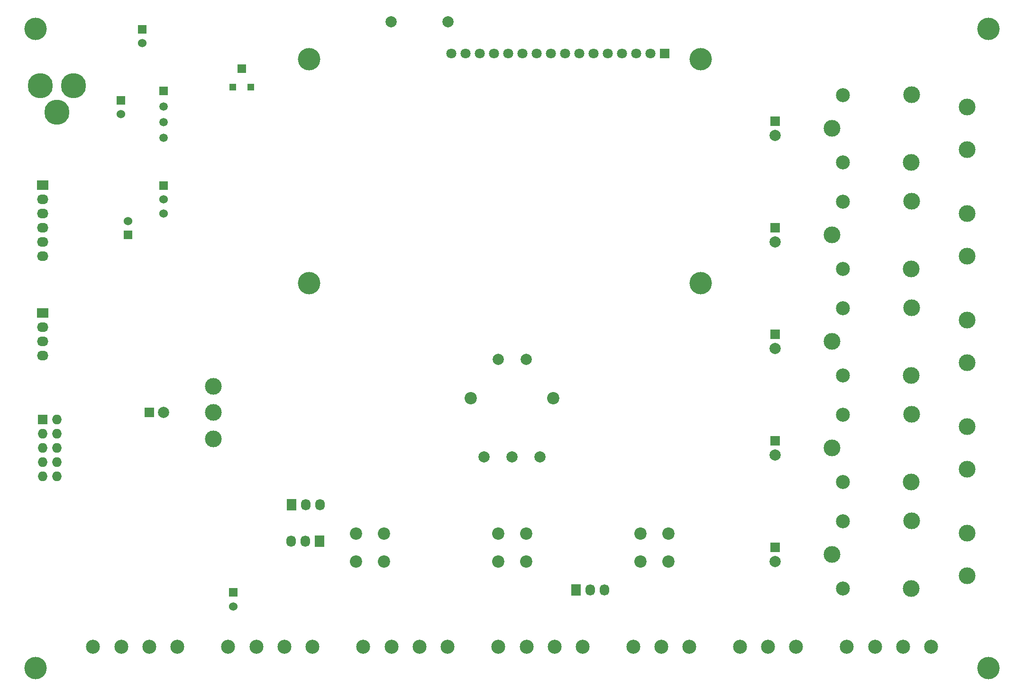
<source format=gbr>
G04 #@! TF.FileFunction,Soldermask,Bot*
%FSLAX46Y46*%
G04 Gerber Fmt 4.6, Leading zero omitted, Abs format (unit mm)*
G04 Created by KiCad (PCBNEW 0.201503150816+5513~22~ubuntu14.04.1-product) date Thu 23 Apr 2015 07:30:57 PM EDT*
%MOMM*%
G01*
G04 APERTURE LIST*
%ADD10C,0.100000*%
%ADD11C,4.000000*%
%ADD12R,1.524000X1.524000*%
%ADD13C,1.524000*%
%ADD14C,1.998980*%
%ADD15R,1.699260X1.699260*%
%ADD16R,1.727200X2.032000*%
%ADD17O,1.727200X2.032000*%
%ADD18C,2.500000*%
%ADD19C,3.000000*%
%ADD20R,2.032000X1.727200*%
%ADD21O,2.032000X1.727200*%
%ADD22C,4.500000*%
%ADD23C,2.200000*%
%ADD24C,2.000000*%
%ADD25C,1.800000*%
%ADD26R,1.800000X1.800000*%
%ADD27C,1.500000*%
%ADD28R,1.500000X1.500000*%
%ADD29R,1.727200X1.727200*%
%ADD30O,1.727200X1.727200*%
%ADD31R,1.600000X1.500000*%
%ADD32R,1.200000X1.200000*%
G04 APERTURE END LIST*
D10*
D11*
X57150000Y-38100000D03*
X57150000Y-152400000D03*
X227330000Y-38100000D03*
D12*
X76200000Y-38120000D03*
D13*
X76200000Y-40620000D03*
D12*
X73660000Y-74910000D03*
D13*
X73660000Y-72410000D03*
D12*
X72390000Y-50820000D03*
D13*
X72390000Y-53320000D03*
D12*
X92456000Y-138831000D03*
D13*
X92456000Y-141331000D03*
D14*
X189230000Y-57150000D03*
D15*
X189230000Y-54610000D03*
D14*
X189230000Y-95250000D03*
D15*
X189230000Y-92710000D03*
D14*
X189230000Y-114300000D03*
D15*
X189230000Y-111760000D03*
D14*
X189230000Y-76200000D03*
D15*
X189230000Y-73660000D03*
D14*
X189230000Y-133350000D03*
D15*
X189230000Y-130810000D03*
D14*
X80010000Y-106680000D03*
D15*
X77470000Y-106680000D03*
D16*
X102870000Y-123190000D03*
D17*
X105410000Y-123190000D03*
X107950000Y-123190000D03*
D16*
X107823000Y-129667000D03*
D17*
X105283000Y-129667000D03*
X102743000Y-129667000D03*
D16*
X153670000Y-138430000D03*
D17*
X156210000Y-138430000D03*
X158750000Y-138430000D03*
D18*
X201340000Y-61930000D03*
D19*
X213540000Y-61930000D03*
X213590000Y-49880000D03*
D18*
X201340000Y-49930000D03*
D19*
X199390000Y-55880000D03*
D18*
X201340000Y-80980000D03*
D19*
X213540000Y-80980000D03*
X213590000Y-68930000D03*
D18*
X201340000Y-68980000D03*
D19*
X199390000Y-74930000D03*
D18*
X201340000Y-100030000D03*
D19*
X213540000Y-100030000D03*
X213590000Y-87980000D03*
D18*
X201340000Y-88030000D03*
D19*
X199390000Y-93980000D03*
D18*
X201340000Y-138130000D03*
D19*
X213540000Y-138130000D03*
X213590000Y-126080000D03*
D18*
X201340000Y-126130000D03*
D19*
X199390000Y-132080000D03*
D18*
X201340000Y-119080000D03*
D19*
X213540000Y-119080000D03*
X213590000Y-107030000D03*
D18*
X201340000Y-107080000D03*
D19*
X199390000Y-113030000D03*
D20*
X58420000Y-88900000D03*
D21*
X58420000Y-91440000D03*
X58420000Y-93980000D03*
X58420000Y-96520000D03*
D20*
X58420000Y-66040000D03*
D21*
X58420000Y-68580000D03*
X58420000Y-71120000D03*
X58420000Y-73660000D03*
X58420000Y-76200000D03*
X58420000Y-78740000D03*
D18*
X82430000Y-148590000D03*
X77430000Y-148590000D03*
X72430000Y-148590000D03*
X67430000Y-148590000D03*
X106560000Y-148590000D03*
X101560000Y-148590000D03*
X96560000Y-148590000D03*
X91560000Y-148590000D03*
X130690000Y-148590000D03*
X125690000Y-148590000D03*
X120690000Y-148590000D03*
X115690000Y-148590000D03*
X154820000Y-148590000D03*
X149820000Y-148590000D03*
X144820000Y-148590000D03*
X139820000Y-148590000D03*
D19*
X223520000Y-52070000D03*
X223520000Y-59690000D03*
X223520000Y-71120000D03*
X223520000Y-78740000D03*
X223520000Y-90170000D03*
X223520000Y-97790000D03*
X223520000Y-128270000D03*
X223520000Y-135890000D03*
X223520000Y-109220000D03*
X223520000Y-116840000D03*
D18*
X217050000Y-148590000D03*
X212050000Y-148590000D03*
X207050000Y-148590000D03*
X202050000Y-148590000D03*
X173910000Y-148590000D03*
X163910000Y-148590000D03*
X168910000Y-148590000D03*
X192960000Y-148590000D03*
X182960000Y-148590000D03*
X187960000Y-148590000D03*
D22*
X57960000Y-48260000D03*
X63960000Y-48260000D03*
X60960000Y-52960000D03*
D14*
X120650000Y-36830000D03*
X130810000Y-36830000D03*
D23*
X139740000Y-128310000D03*
X144740000Y-133310000D03*
X144740000Y-128310000D03*
X139740000Y-133310000D03*
X114340000Y-128310000D03*
X119340000Y-133310000D03*
X119340000Y-128310000D03*
X114340000Y-133310000D03*
X165140000Y-128310000D03*
X170140000Y-133310000D03*
X170140000Y-128310000D03*
X165140000Y-133310000D03*
X134840000Y-104140000D03*
D24*
X137240000Y-114640000D03*
X142240000Y-114640000D03*
X147240000Y-114640000D03*
X139740000Y-97140000D03*
X144740000Y-97140000D03*
D23*
X149640000Y-104140000D03*
D19*
X88900000Y-111380000D03*
X88900000Y-101980000D03*
X88900000Y-106680000D03*
D25*
X133910000Y-42500000D03*
X131370000Y-42500000D03*
X136450000Y-42500000D03*
X161850000Y-42500000D03*
X149150000Y-42500000D03*
X146610000Y-42500000D03*
X144070000Y-42500000D03*
X141530000Y-42500000D03*
X151690000Y-42500000D03*
X154230000Y-42500000D03*
X156770000Y-42500000D03*
X138990000Y-42500000D03*
X159310000Y-42500000D03*
X164390000Y-42500000D03*
X166930000Y-42500000D03*
D11*
X175970000Y-83500000D03*
X105970000Y-83500000D03*
X105970000Y-43500000D03*
X175970000Y-43500000D03*
D26*
X169470000Y-42500000D03*
D13*
X80010000Y-71080000D03*
D12*
X80010000Y-66080000D03*
D13*
X80010000Y-68580000D03*
D27*
X80010000Y-57540000D03*
D28*
X80010000Y-49140000D03*
D27*
X80010000Y-51940000D03*
X80010000Y-54740000D03*
D11*
X227330000Y-152400000D03*
D29*
X58420000Y-107950000D03*
D30*
X60960000Y-107950000D03*
X58420000Y-110490000D03*
X60960000Y-110490000D03*
X58420000Y-113030000D03*
X60960000Y-113030000D03*
X58420000Y-115570000D03*
X60960000Y-115570000D03*
X58420000Y-118110000D03*
X60960000Y-118110000D03*
D31*
X93980000Y-45213000D03*
D32*
X92380000Y-48463000D03*
X95580000Y-48463000D03*
M02*

</source>
